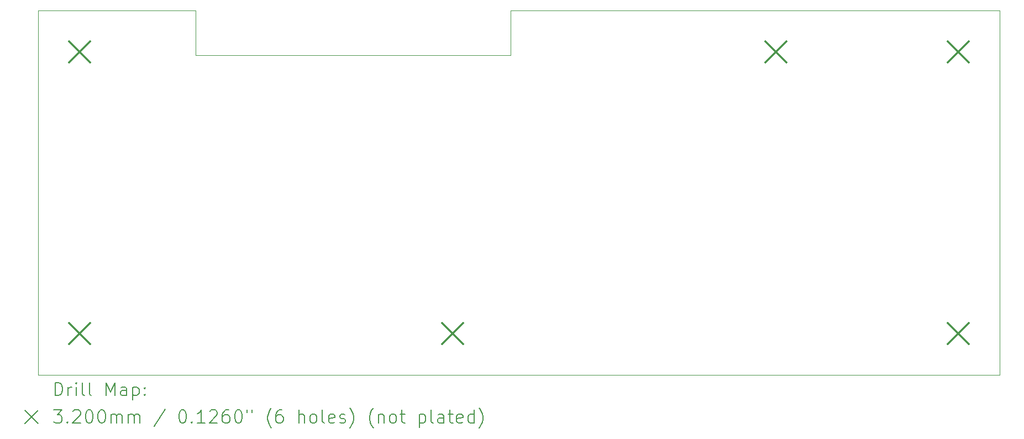
<source format=gbr>
%TF.GenerationSoftware,KiCad,Pcbnew,9.0.2*%
%TF.CreationDate,2025-06-23T14:50:58+02:00*%
%TF.ProjectId,nTerm2-S FT231,6e546572-6d32-42d5-9320-46543233312e,0.10*%
%TF.SameCoordinates,Original*%
%TF.FileFunction,Drillmap*%
%TF.FilePolarity,Positive*%
%FSLAX45Y45*%
G04 Gerber Fmt 4.5, Leading zero omitted, Abs format (unit mm)*
G04 Created by KiCad (PCBNEW 9.0.2) date 2025-06-23 14:50:58*
%MOMM*%
%LPD*%
G01*
G04 APERTURE LIST*
%ADD10C,0.050000*%
%ADD11C,0.200000*%
%ADD12C,0.320000*%
G04 APERTURE END LIST*
D10*
X9823600Y-7196850D02*
X7410600Y-7196850D01*
X14649600Y-7882650D02*
X14649600Y-7196850D01*
X14649600Y-7196850D02*
X22142600Y-7196850D01*
X7410600Y-12784850D02*
X7410600Y-7196850D01*
X9823180Y-7882650D02*
X11258700Y-7882650D01*
X22142600Y-12784850D02*
X7410600Y-12784850D01*
X9823600Y-7196850D02*
X9823180Y-7882650D01*
X22142600Y-7196850D02*
X22142600Y-12784850D01*
X11258700Y-7882650D02*
X14649600Y-7882650D01*
D11*
D12*
X7885600Y-7671850D02*
X8205600Y-7991850D01*
X8205600Y-7671850D02*
X7885600Y-7991850D01*
X7885600Y-11989850D02*
X8205600Y-12309850D01*
X8205600Y-11989850D02*
X7885600Y-12309850D01*
X13600600Y-11989850D02*
X13920600Y-12309850D01*
X13920600Y-11989850D02*
X13600600Y-12309850D01*
X18553600Y-7671850D02*
X18873600Y-7991850D01*
X18873600Y-7671850D02*
X18553600Y-7991850D01*
X21347600Y-7671850D02*
X21667600Y-7991850D01*
X21667600Y-7671850D02*
X21347600Y-7991850D01*
X21347600Y-11989850D02*
X21667600Y-12309850D01*
X21667600Y-11989850D02*
X21347600Y-12309850D01*
D11*
X7668877Y-13098834D02*
X7668877Y-12898834D01*
X7668877Y-12898834D02*
X7716496Y-12898834D01*
X7716496Y-12898834D02*
X7745067Y-12908358D01*
X7745067Y-12908358D02*
X7764115Y-12927405D01*
X7764115Y-12927405D02*
X7773639Y-12946453D01*
X7773639Y-12946453D02*
X7783162Y-12984548D01*
X7783162Y-12984548D02*
X7783162Y-13013119D01*
X7783162Y-13013119D02*
X7773639Y-13051215D01*
X7773639Y-13051215D02*
X7764115Y-13070262D01*
X7764115Y-13070262D02*
X7745067Y-13089310D01*
X7745067Y-13089310D02*
X7716496Y-13098834D01*
X7716496Y-13098834D02*
X7668877Y-13098834D01*
X7868877Y-13098834D02*
X7868877Y-12965500D01*
X7868877Y-13003596D02*
X7878401Y-12984548D01*
X7878401Y-12984548D02*
X7887924Y-12975024D01*
X7887924Y-12975024D02*
X7906972Y-12965500D01*
X7906972Y-12965500D02*
X7926020Y-12965500D01*
X7992686Y-13098834D02*
X7992686Y-12965500D01*
X7992686Y-12898834D02*
X7983162Y-12908358D01*
X7983162Y-12908358D02*
X7992686Y-12917881D01*
X7992686Y-12917881D02*
X8002210Y-12908358D01*
X8002210Y-12908358D02*
X7992686Y-12898834D01*
X7992686Y-12898834D02*
X7992686Y-12917881D01*
X8116496Y-13098834D02*
X8097448Y-13089310D01*
X8097448Y-13089310D02*
X8087924Y-13070262D01*
X8087924Y-13070262D02*
X8087924Y-12898834D01*
X8221258Y-13098834D02*
X8202210Y-13089310D01*
X8202210Y-13089310D02*
X8192686Y-13070262D01*
X8192686Y-13070262D02*
X8192686Y-12898834D01*
X8449829Y-13098834D02*
X8449829Y-12898834D01*
X8449829Y-12898834D02*
X8516496Y-13041691D01*
X8516496Y-13041691D02*
X8583163Y-12898834D01*
X8583163Y-12898834D02*
X8583163Y-13098834D01*
X8764115Y-13098834D02*
X8764115Y-12994072D01*
X8764115Y-12994072D02*
X8754591Y-12975024D01*
X8754591Y-12975024D02*
X8735544Y-12965500D01*
X8735544Y-12965500D02*
X8697448Y-12965500D01*
X8697448Y-12965500D02*
X8678401Y-12975024D01*
X8764115Y-13089310D02*
X8745067Y-13098834D01*
X8745067Y-13098834D02*
X8697448Y-13098834D01*
X8697448Y-13098834D02*
X8678401Y-13089310D01*
X8678401Y-13089310D02*
X8668877Y-13070262D01*
X8668877Y-13070262D02*
X8668877Y-13051215D01*
X8668877Y-13051215D02*
X8678401Y-13032167D01*
X8678401Y-13032167D02*
X8697448Y-13022643D01*
X8697448Y-13022643D02*
X8745067Y-13022643D01*
X8745067Y-13022643D02*
X8764115Y-13013119D01*
X8859353Y-12965500D02*
X8859353Y-13165500D01*
X8859353Y-12975024D02*
X8878401Y-12965500D01*
X8878401Y-12965500D02*
X8916496Y-12965500D01*
X8916496Y-12965500D02*
X8935544Y-12975024D01*
X8935544Y-12975024D02*
X8945067Y-12984548D01*
X8945067Y-12984548D02*
X8954591Y-13003596D01*
X8954591Y-13003596D02*
X8954591Y-13060738D01*
X8954591Y-13060738D02*
X8945067Y-13079786D01*
X8945067Y-13079786D02*
X8935544Y-13089310D01*
X8935544Y-13089310D02*
X8916496Y-13098834D01*
X8916496Y-13098834D02*
X8878401Y-13098834D01*
X8878401Y-13098834D02*
X8859353Y-13089310D01*
X9040305Y-13079786D02*
X9049829Y-13089310D01*
X9049829Y-13089310D02*
X9040305Y-13098834D01*
X9040305Y-13098834D02*
X9030782Y-13089310D01*
X9030782Y-13089310D02*
X9040305Y-13079786D01*
X9040305Y-13079786D02*
X9040305Y-13098834D01*
X9040305Y-12975024D02*
X9049829Y-12984548D01*
X9049829Y-12984548D02*
X9040305Y-12994072D01*
X9040305Y-12994072D02*
X9030782Y-12984548D01*
X9030782Y-12984548D02*
X9040305Y-12975024D01*
X9040305Y-12975024D02*
X9040305Y-12994072D01*
X7208100Y-13327350D02*
X7408100Y-13527350D01*
X7408100Y-13327350D02*
X7208100Y-13527350D01*
X7649829Y-13318834D02*
X7773639Y-13318834D01*
X7773639Y-13318834D02*
X7706972Y-13395024D01*
X7706972Y-13395024D02*
X7735543Y-13395024D01*
X7735543Y-13395024D02*
X7754591Y-13404548D01*
X7754591Y-13404548D02*
X7764115Y-13414072D01*
X7764115Y-13414072D02*
X7773639Y-13433119D01*
X7773639Y-13433119D02*
X7773639Y-13480738D01*
X7773639Y-13480738D02*
X7764115Y-13499786D01*
X7764115Y-13499786D02*
X7754591Y-13509310D01*
X7754591Y-13509310D02*
X7735543Y-13518834D01*
X7735543Y-13518834D02*
X7678401Y-13518834D01*
X7678401Y-13518834D02*
X7659353Y-13509310D01*
X7659353Y-13509310D02*
X7649829Y-13499786D01*
X7859353Y-13499786D02*
X7868877Y-13509310D01*
X7868877Y-13509310D02*
X7859353Y-13518834D01*
X7859353Y-13518834D02*
X7849829Y-13509310D01*
X7849829Y-13509310D02*
X7859353Y-13499786D01*
X7859353Y-13499786D02*
X7859353Y-13518834D01*
X7945067Y-13337881D02*
X7954591Y-13328358D01*
X7954591Y-13328358D02*
X7973639Y-13318834D01*
X7973639Y-13318834D02*
X8021258Y-13318834D01*
X8021258Y-13318834D02*
X8040305Y-13328358D01*
X8040305Y-13328358D02*
X8049829Y-13337881D01*
X8049829Y-13337881D02*
X8059353Y-13356929D01*
X8059353Y-13356929D02*
X8059353Y-13375977D01*
X8059353Y-13375977D02*
X8049829Y-13404548D01*
X8049829Y-13404548D02*
X7935543Y-13518834D01*
X7935543Y-13518834D02*
X8059353Y-13518834D01*
X8183162Y-13318834D02*
X8202210Y-13318834D01*
X8202210Y-13318834D02*
X8221258Y-13328358D01*
X8221258Y-13328358D02*
X8230782Y-13337881D01*
X8230782Y-13337881D02*
X8240305Y-13356929D01*
X8240305Y-13356929D02*
X8249829Y-13395024D01*
X8249829Y-13395024D02*
X8249829Y-13442643D01*
X8249829Y-13442643D02*
X8240305Y-13480738D01*
X8240305Y-13480738D02*
X8230782Y-13499786D01*
X8230782Y-13499786D02*
X8221258Y-13509310D01*
X8221258Y-13509310D02*
X8202210Y-13518834D01*
X8202210Y-13518834D02*
X8183162Y-13518834D01*
X8183162Y-13518834D02*
X8164115Y-13509310D01*
X8164115Y-13509310D02*
X8154591Y-13499786D01*
X8154591Y-13499786D02*
X8145067Y-13480738D01*
X8145067Y-13480738D02*
X8135543Y-13442643D01*
X8135543Y-13442643D02*
X8135543Y-13395024D01*
X8135543Y-13395024D02*
X8145067Y-13356929D01*
X8145067Y-13356929D02*
X8154591Y-13337881D01*
X8154591Y-13337881D02*
X8164115Y-13328358D01*
X8164115Y-13328358D02*
X8183162Y-13318834D01*
X8373639Y-13318834D02*
X8392686Y-13318834D01*
X8392686Y-13318834D02*
X8411734Y-13328358D01*
X8411734Y-13328358D02*
X8421258Y-13337881D01*
X8421258Y-13337881D02*
X8430782Y-13356929D01*
X8430782Y-13356929D02*
X8440305Y-13395024D01*
X8440305Y-13395024D02*
X8440305Y-13442643D01*
X8440305Y-13442643D02*
X8430782Y-13480738D01*
X8430782Y-13480738D02*
X8421258Y-13499786D01*
X8421258Y-13499786D02*
X8411734Y-13509310D01*
X8411734Y-13509310D02*
X8392686Y-13518834D01*
X8392686Y-13518834D02*
X8373639Y-13518834D01*
X8373639Y-13518834D02*
X8354591Y-13509310D01*
X8354591Y-13509310D02*
X8345067Y-13499786D01*
X8345067Y-13499786D02*
X8335543Y-13480738D01*
X8335543Y-13480738D02*
X8326020Y-13442643D01*
X8326020Y-13442643D02*
X8326020Y-13395024D01*
X8326020Y-13395024D02*
X8335543Y-13356929D01*
X8335543Y-13356929D02*
X8345067Y-13337881D01*
X8345067Y-13337881D02*
X8354591Y-13328358D01*
X8354591Y-13328358D02*
X8373639Y-13318834D01*
X8526020Y-13518834D02*
X8526020Y-13385500D01*
X8526020Y-13404548D02*
X8535544Y-13395024D01*
X8535544Y-13395024D02*
X8554591Y-13385500D01*
X8554591Y-13385500D02*
X8583163Y-13385500D01*
X8583163Y-13385500D02*
X8602210Y-13395024D01*
X8602210Y-13395024D02*
X8611734Y-13414072D01*
X8611734Y-13414072D02*
X8611734Y-13518834D01*
X8611734Y-13414072D02*
X8621258Y-13395024D01*
X8621258Y-13395024D02*
X8640305Y-13385500D01*
X8640305Y-13385500D02*
X8668877Y-13385500D01*
X8668877Y-13385500D02*
X8687925Y-13395024D01*
X8687925Y-13395024D02*
X8697448Y-13414072D01*
X8697448Y-13414072D02*
X8697448Y-13518834D01*
X8792686Y-13518834D02*
X8792686Y-13385500D01*
X8792686Y-13404548D02*
X8802210Y-13395024D01*
X8802210Y-13395024D02*
X8821258Y-13385500D01*
X8821258Y-13385500D02*
X8849829Y-13385500D01*
X8849829Y-13385500D02*
X8868877Y-13395024D01*
X8868877Y-13395024D02*
X8878401Y-13414072D01*
X8878401Y-13414072D02*
X8878401Y-13518834D01*
X8878401Y-13414072D02*
X8887925Y-13395024D01*
X8887925Y-13395024D02*
X8906972Y-13385500D01*
X8906972Y-13385500D02*
X8935544Y-13385500D01*
X8935544Y-13385500D02*
X8954591Y-13395024D01*
X8954591Y-13395024D02*
X8964115Y-13414072D01*
X8964115Y-13414072D02*
X8964115Y-13518834D01*
X9354591Y-13309310D02*
X9183163Y-13566453D01*
X9611734Y-13318834D02*
X9630782Y-13318834D01*
X9630782Y-13318834D02*
X9649829Y-13328358D01*
X9649829Y-13328358D02*
X9659353Y-13337881D01*
X9659353Y-13337881D02*
X9668877Y-13356929D01*
X9668877Y-13356929D02*
X9678401Y-13395024D01*
X9678401Y-13395024D02*
X9678401Y-13442643D01*
X9678401Y-13442643D02*
X9668877Y-13480738D01*
X9668877Y-13480738D02*
X9659353Y-13499786D01*
X9659353Y-13499786D02*
X9649829Y-13509310D01*
X9649829Y-13509310D02*
X9630782Y-13518834D01*
X9630782Y-13518834D02*
X9611734Y-13518834D01*
X9611734Y-13518834D02*
X9592687Y-13509310D01*
X9592687Y-13509310D02*
X9583163Y-13499786D01*
X9583163Y-13499786D02*
X9573639Y-13480738D01*
X9573639Y-13480738D02*
X9564115Y-13442643D01*
X9564115Y-13442643D02*
X9564115Y-13395024D01*
X9564115Y-13395024D02*
X9573639Y-13356929D01*
X9573639Y-13356929D02*
X9583163Y-13337881D01*
X9583163Y-13337881D02*
X9592687Y-13328358D01*
X9592687Y-13328358D02*
X9611734Y-13318834D01*
X9764115Y-13499786D02*
X9773639Y-13509310D01*
X9773639Y-13509310D02*
X9764115Y-13518834D01*
X9764115Y-13518834D02*
X9754591Y-13509310D01*
X9754591Y-13509310D02*
X9764115Y-13499786D01*
X9764115Y-13499786D02*
X9764115Y-13518834D01*
X9964115Y-13518834D02*
X9849829Y-13518834D01*
X9906972Y-13518834D02*
X9906972Y-13318834D01*
X9906972Y-13318834D02*
X9887925Y-13347405D01*
X9887925Y-13347405D02*
X9868877Y-13366453D01*
X9868877Y-13366453D02*
X9849829Y-13375977D01*
X10040306Y-13337881D02*
X10049829Y-13328358D01*
X10049829Y-13328358D02*
X10068877Y-13318834D01*
X10068877Y-13318834D02*
X10116496Y-13318834D01*
X10116496Y-13318834D02*
X10135544Y-13328358D01*
X10135544Y-13328358D02*
X10145068Y-13337881D01*
X10145068Y-13337881D02*
X10154591Y-13356929D01*
X10154591Y-13356929D02*
X10154591Y-13375977D01*
X10154591Y-13375977D02*
X10145068Y-13404548D01*
X10145068Y-13404548D02*
X10030782Y-13518834D01*
X10030782Y-13518834D02*
X10154591Y-13518834D01*
X10326020Y-13318834D02*
X10287925Y-13318834D01*
X10287925Y-13318834D02*
X10268877Y-13328358D01*
X10268877Y-13328358D02*
X10259353Y-13337881D01*
X10259353Y-13337881D02*
X10240306Y-13366453D01*
X10240306Y-13366453D02*
X10230782Y-13404548D01*
X10230782Y-13404548D02*
X10230782Y-13480738D01*
X10230782Y-13480738D02*
X10240306Y-13499786D01*
X10240306Y-13499786D02*
X10249829Y-13509310D01*
X10249829Y-13509310D02*
X10268877Y-13518834D01*
X10268877Y-13518834D02*
X10306972Y-13518834D01*
X10306972Y-13518834D02*
X10326020Y-13509310D01*
X10326020Y-13509310D02*
X10335544Y-13499786D01*
X10335544Y-13499786D02*
X10345068Y-13480738D01*
X10345068Y-13480738D02*
X10345068Y-13433119D01*
X10345068Y-13433119D02*
X10335544Y-13414072D01*
X10335544Y-13414072D02*
X10326020Y-13404548D01*
X10326020Y-13404548D02*
X10306972Y-13395024D01*
X10306972Y-13395024D02*
X10268877Y-13395024D01*
X10268877Y-13395024D02*
X10249829Y-13404548D01*
X10249829Y-13404548D02*
X10240306Y-13414072D01*
X10240306Y-13414072D02*
X10230782Y-13433119D01*
X10468877Y-13318834D02*
X10487925Y-13318834D01*
X10487925Y-13318834D02*
X10506972Y-13328358D01*
X10506972Y-13328358D02*
X10516496Y-13337881D01*
X10516496Y-13337881D02*
X10526020Y-13356929D01*
X10526020Y-13356929D02*
X10535544Y-13395024D01*
X10535544Y-13395024D02*
X10535544Y-13442643D01*
X10535544Y-13442643D02*
X10526020Y-13480738D01*
X10526020Y-13480738D02*
X10516496Y-13499786D01*
X10516496Y-13499786D02*
X10506972Y-13509310D01*
X10506972Y-13509310D02*
X10487925Y-13518834D01*
X10487925Y-13518834D02*
X10468877Y-13518834D01*
X10468877Y-13518834D02*
X10449829Y-13509310D01*
X10449829Y-13509310D02*
X10440306Y-13499786D01*
X10440306Y-13499786D02*
X10430782Y-13480738D01*
X10430782Y-13480738D02*
X10421258Y-13442643D01*
X10421258Y-13442643D02*
X10421258Y-13395024D01*
X10421258Y-13395024D02*
X10430782Y-13356929D01*
X10430782Y-13356929D02*
X10440306Y-13337881D01*
X10440306Y-13337881D02*
X10449829Y-13328358D01*
X10449829Y-13328358D02*
X10468877Y-13318834D01*
X10611734Y-13318834D02*
X10611734Y-13356929D01*
X10687925Y-13318834D02*
X10687925Y-13356929D01*
X10983163Y-13595024D02*
X10973639Y-13585500D01*
X10973639Y-13585500D02*
X10954591Y-13556929D01*
X10954591Y-13556929D02*
X10945068Y-13537881D01*
X10945068Y-13537881D02*
X10935544Y-13509310D01*
X10935544Y-13509310D02*
X10926020Y-13461691D01*
X10926020Y-13461691D02*
X10926020Y-13423596D01*
X10926020Y-13423596D02*
X10935544Y-13375977D01*
X10935544Y-13375977D02*
X10945068Y-13347405D01*
X10945068Y-13347405D02*
X10954591Y-13328358D01*
X10954591Y-13328358D02*
X10973639Y-13299786D01*
X10973639Y-13299786D02*
X10983163Y-13290262D01*
X11145068Y-13318834D02*
X11106972Y-13318834D01*
X11106972Y-13318834D02*
X11087925Y-13328358D01*
X11087925Y-13328358D02*
X11078401Y-13337881D01*
X11078401Y-13337881D02*
X11059353Y-13366453D01*
X11059353Y-13366453D02*
X11049830Y-13404548D01*
X11049830Y-13404548D02*
X11049830Y-13480738D01*
X11049830Y-13480738D02*
X11059353Y-13499786D01*
X11059353Y-13499786D02*
X11068877Y-13509310D01*
X11068877Y-13509310D02*
X11087925Y-13518834D01*
X11087925Y-13518834D02*
X11126020Y-13518834D01*
X11126020Y-13518834D02*
X11145068Y-13509310D01*
X11145068Y-13509310D02*
X11154591Y-13499786D01*
X11154591Y-13499786D02*
X11164115Y-13480738D01*
X11164115Y-13480738D02*
X11164115Y-13433119D01*
X11164115Y-13433119D02*
X11154591Y-13414072D01*
X11154591Y-13414072D02*
X11145068Y-13404548D01*
X11145068Y-13404548D02*
X11126020Y-13395024D01*
X11126020Y-13395024D02*
X11087925Y-13395024D01*
X11087925Y-13395024D02*
X11068877Y-13404548D01*
X11068877Y-13404548D02*
X11059353Y-13414072D01*
X11059353Y-13414072D02*
X11049830Y-13433119D01*
X11402210Y-13518834D02*
X11402210Y-13318834D01*
X11487925Y-13518834D02*
X11487925Y-13414072D01*
X11487925Y-13414072D02*
X11478401Y-13395024D01*
X11478401Y-13395024D02*
X11459353Y-13385500D01*
X11459353Y-13385500D02*
X11430782Y-13385500D01*
X11430782Y-13385500D02*
X11411734Y-13395024D01*
X11411734Y-13395024D02*
X11402210Y-13404548D01*
X11611734Y-13518834D02*
X11592687Y-13509310D01*
X11592687Y-13509310D02*
X11583163Y-13499786D01*
X11583163Y-13499786D02*
X11573639Y-13480738D01*
X11573639Y-13480738D02*
X11573639Y-13423596D01*
X11573639Y-13423596D02*
X11583163Y-13404548D01*
X11583163Y-13404548D02*
X11592687Y-13395024D01*
X11592687Y-13395024D02*
X11611734Y-13385500D01*
X11611734Y-13385500D02*
X11640306Y-13385500D01*
X11640306Y-13385500D02*
X11659353Y-13395024D01*
X11659353Y-13395024D02*
X11668877Y-13404548D01*
X11668877Y-13404548D02*
X11678401Y-13423596D01*
X11678401Y-13423596D02*
X11678401Y-13480738D01*
X11678401Y-13480738D02*
X11668877Y-13499786D01*
X11668877Y-13499786D02*
X11659353Y-13509310D01*
X11659353Y-13509310D02*
X11640306Y-13518834D01*
X11640306Y-13518834D02*
X11611734Y-13518834D01*
X11792687Y-13518834D02*
X11773639Y-13509310D01*
X11773639Y-13509310D02*
X11764115Y-13490262D01*
X11764115Y-13490262D02*
X11764115Y-13318834D01*
X11945068Y-13509310D02*
X11926020Y-13518834D01*
X11926020Y-13518834D02*
X11887925Y-13518834D01*
X11887925Y-13518834D02*
X11868877Y-13509310D01*
X11868877Y-13509310D02*
X11859353Y-13490262D01*
X11859353Y-13490262D02*
X11859353Y-13414072D01*
X11859353Y-13414072D02*
X11868877Y-13395024D01*
X11868877Y-13395024D02*
X11887925Y-13385500D01*
X11887925Y-13385500D02*
X11926020Y-13385500D01*
X11926020Y-13385500D02*
X11945068Y-13395024D01*
X11945068Y-13395024D02*
X11954591Y-13414072D01*
X11954591Y-13414072D02*
X11954591Y-13433119D01*
X11954591Y-13433119D02*
X11859353Y-13452167D01*
X12030782Y-13509310D02*
X12049830Y-13518834D01*
X12049830Y-13518834D02*
X12087925Y-13518834D01*
X12087925Y-13518834D02*
X12106972Y-13509310D01*
X12106972Y-13509310D02*
X12116496Y-13490262D01*
X12116496Y-13490262D02*
X12116496Y-13480738D01*
X12116496Y-13480738D02*
X12106972Y-13461691D01*
X12106972Y-13461691D02*
X12087925Y-13452167D01*
X12087925Y-13452167D02*
X12059353Y-13452167D01*
X12059353Y-13452167D02*
X12040306Y-13442643D01*
X12040306Y-13442643D02*
X12030782Y-13423596D01*
X12030782Y-13423596D02*
X12030782Y-13414072D01*
X12030782Y-13414072D02*
X12040306Y-13395024D01*
X12040306Y-13395024D02*
X12059353Y-13385500D01*
X12059353Y-13385500D02*
X12087925Y-13385500D01*
X12087925Y-13385500D02*
X12106972Y-13395024D01*
X12183163Y-13595024D02*
X12192687Y-13585500D01*
X12192687Y-13585500D02*
X12211734Y-13556929D01*
X12211734Y-13556929D02*
X12221258Y-13537881D01*
X12221258Y-13537881D02*
X12230782Y-13509310D01*
X12230782Y-13509310D02*
X12240306Y-13461691D01*
X12240306Y-13461691D02*
X12240306Y-13423596D01*
X12240306Y-13423596D02*
X12230782Y-13375977D01*
X12230782Y-13375977D02*
X12221258Y-13347405D01*
X12221258Y-13347405D02*
X12211734Y-13328358D01*
X12211734Y-13328358D02*
X12192687Y-13299786D01*
X12192687Y-13299786D02*
X12183163Y-13290262D01*
X12545068Y-13595024D02*
X12535544Y-13585500D01*
X12535544Y-13585500D02*
X12516496Y-13556929D01*
X12516496Y-13556929D02*
X12506972Y-13537881D01*
X12506972Y-13537881D02*
X12497449Y-13509310D01*
X12497449Y-13509310D02*
X12487925Y-13461691D01*
X12487925Y-13461691D02*
X12487925Y-13423596D01*
X12487925Y-13423596D02*
X12497449Y-13375977D01*
X12497449Y-13375977D02*
X12506972Y-13347405D01*
X12506972Y-13347405D02*
X12516496Y-13328358D01*
X12516496Y-13328358D02*
X12535544Y-13299786D01*
X12535544Y-13299786D02*
X12545068Y-13290262D01*
X12621258Y-13385500D02*
X12621258Y-13518834D01*
X12621258Y-13404548D02*
X12630782Y-13395024D01*
X12630782Y-13395024D02*
X12649830Y-13385500D01*
X12649830Y-13385500D02*
X12678401Y-13385500D01*
X12678401Y-13385500D02*
X12697449Y-13395024D01*
X12697449Y-13395024D02*
X12706972Y-13414072D01*
X12706972Y-13414072D02*
X12706972Y-13518834D01*
X12830782Y-13518834D02*
X12811734Y-13509310D01*
X12811734Y-13509310D02*
X12802211Y-13499786D01*
X12802211Y-13499786D02*
X12792687Y-13480738D01*
X12792687Y-13480738D02*
X12792687Y-13423596D01*
X12792687Y-13423596D02*
X12802211Y-13404548D01*
X12802211Y-13404548D02*
X12811734Y-13395024D01*
X12811734Y-13395024D02*
X12830782Y-13385500D01*
X12830782Y-13385500D02*
X12859353Y-13385500D01*
X12859353Y-13385500D02*
X12878401Y-13395024D01*
X12878401Y-13395024D02*
X12887925Y-13404548D01*
X12887925Y-13404548D02*
X12897449Y-13423596D01*
X12897449Y-13423596D02*
X12897449Y-13480738D01*
X12897449Y-13480738D02*
X12887925Y-13499786D01*
X12887925Y-13499786D02*
X12878401Y-13509310D01*
X12878401Y-13509310D02*
X12859353Y-13518834D01*
X12859353Y-13518834D02*
X12830782Y-13518834D01*
X12954592Y-13385500D02*
X13030782Y-13385500D01*
X12983163Y-13318834D02*
X12983163Y-13490262D01*
X12983163Y-13490262D02*
X12992687Y-13509310D01*
X12992687Y-13509310D02*
X13011734Y-13518834D01*
X13011734Y-13518834D02*
X13030782Y-13518834D01*
X13249830Y-13385500D02*
X13249830Y-13585500D01*
X13249830Y-13395024D02*
X13268877Y-13385500D01*
X13268877Y-13385500D02*
X13306973Y-13385500D01*
X13306973Y-13385500D02*
X13326020Y-13395024D01*
X13326020Y-13395024D02*
X13335544Y-13404548D01*
X13335544Y-13404548D02*
X13345068Y-13423596D01*
X13345068Y-13423596D02*
X13345068Y-13480738D01*
X13345068Y-13480738D02*
X13335544Y-13499786D01*
X13335544Y-13499786D02*
X13326020Y-13509310D01*
X13326020Y-13509310D02*
X13306973Y-13518834D01*
X13306973Y-13518834D02*
X13268877Y-13518834D01*
X13268877Y-13518834D02*
X13249830Y-13509310D01*
X13459353Y-13518834D02*
X13440306Y-13509310D01*
X13440306Y-13509310D02*
X13430782Y-13490262D01*
X13430782Y-13490262D02*
X13430782Y-13318834D01*
X13621258Y-13518834D02*
X13621258Y-13414072D01*
X13621258Y-13414072D02*
X13611734Y-13395024D01*
X13611734Y-13395024D02*
X13592687Y-13385500D01*
X13592687Y-13385500D02*
X13554592Y-13385500D01*
X13554592Y-13385500D02*
X13535544Y-13395024D01*
X13621258Y-13509310D02*
X13602211Y-13518834D01*
X13602211Y-13518834D02*
X13554592Y-13518834D01*
X13554592Y-13518834D02*
X13535544Y-13509310D01*
X13535544Y-13509310D02*
X13526020Y-13490262D01*
X13526020Y-13490262D02*
X13526020Y-13471215D01*
X13526020Y-13471215D02*
X13535544Y-13452167D01*
X13535544Y-13452167D02*
X13554592Y-13442643D01*
X13554592Y-13442643D02*
X13602211Y-13442643D01*
X13602211Y-13442643D02*
X13621258Y-13433119D01*
X13687925Y-13385500D02*
X13764115Y-13385500D01*
X13716496Y-13318834D02*
X13716496Y-13490262D01*
X13716496Y-13490262D02*
X13726020Y-13509310D01*
X13726020Y-13509310D02*
X13745068Y-13518834D01*
X13745068Y-13518834D02*
X13764115Y-13518834D01*
X13906973Y-13509310D02*
X13887925Y-13518834D01*
X13887925Y-13518834D02*
X13849830Y-13518834D01*
X13849830Y-13518834D02*
X13830782Y-13509310D01*
X13830782Y-13509310D02*
X13821258Y-13490262D01*
X13821258Y-13490262D02*
X13821258Y-13414072D01*
X13821258Y-13414072D02*
X13830782Y-13395024D01*
X13830782Y-13395024D02*
X13849830Y-13385500D01*
X13849830Y-13385500D02*
X13887925Y-13385500D01*
X13887925Y-13385500D02*
X13906973Y-13395024D01*
X13906973Y-13395024D02*
X13916496Y-13414072D01*
X13916496Y-13414072D02*
X13916496Y-13433119D01*
X13916496Y-13433119D02*
X13821258Y-13452167D01*
X14087925Y-13518834D02*
X14087925Y-13318834D01*
X14087925Y-13509310D02*
X14068877Y-13518834D01*
X14068877Y-13518834D02*
X14030782Y-13518834D01*
X14030782Y-13518834D02*
X14011734Y-13509310D01*
X14011734Y-13509310D02*
X14002211Y-13499786D01*
X14002211Y-13499786D02*
X13992687Y-13480738D01*
X13992687Y-13480738D02*
X13992687Y-13423596D01*
X13992687Y-13423596D02*
X14002211Y-13404548D01*
X14002211Y-13404548D02*
X14011734Y-13395024D01*
X14011734Y-13395024D02*
X14030782Y-13385500D01*
X14030782Y-13385500D02*
X14068877Y-13385500D01*
X14068877Y-13385500D02*
X14087925Y-13395024D01*
X14164115Y-13595024D02*
X14173639Y-13585500D01*
X14173639Y-13585500D02*
X14192687Y-13556929D01*
X14192687Y-13556929D02*
X14202211Y-13537881D01*
X14202211Y-13537881D02*
X14211734Y-13509310D01*
X14211734Y-13509310D02*
X14221258Y-13461691D01*
X14221258Y-13461691D02*
X14221258Y-13423596D01*
X14221258Y-13423596D02*
X14211734Y-13375977D01*
X14211734Y-13375977D02*
X14202211Y-13347405D01*
X14202211Y-13347405D02*
X14192687Y-13328358D01*
X14192687Y-13328358D02*
X14173639Y-13299786D01*
X14173639Y-13299786D02*
X14164115Y-13290262D01*
M02*

</source>
